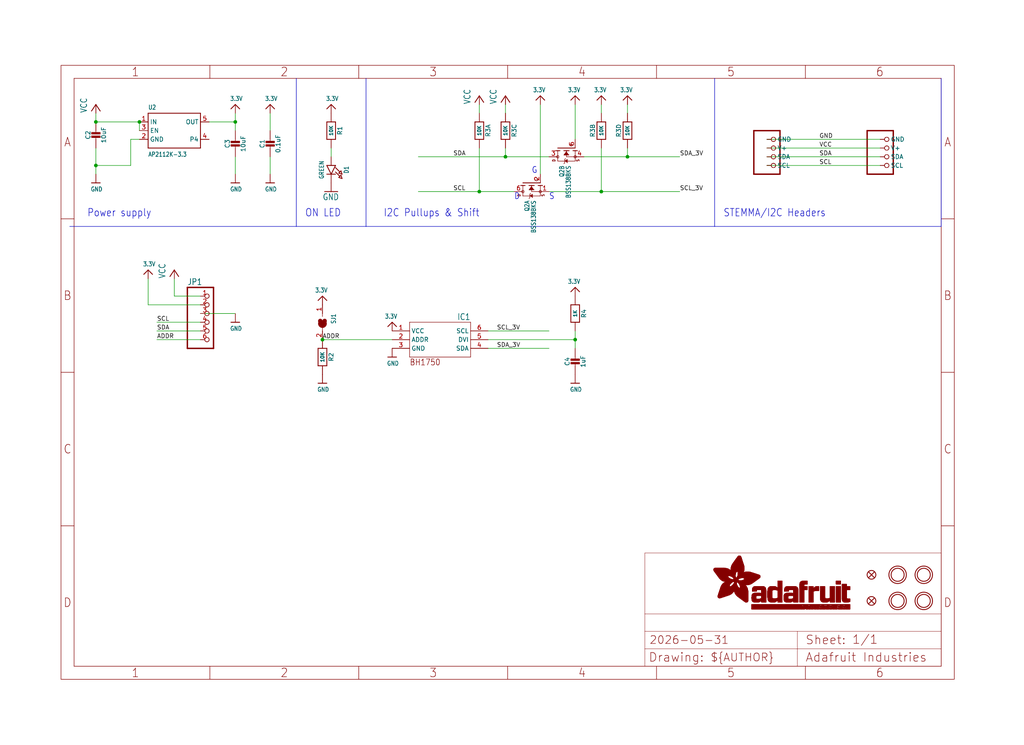
<source format=kicad_sch>
(kicad_sch (version 20230121) (generator eeschema)
  (paper "User" 298.45 217.322)
  (lib_symbols
    (symbol "working-eagle-import:3.3V" (power)
      (property "Value" "3.3V" (at -1.524 1.016 0))
      (symbol "3.3V_1_0"
        (pin power_in line (at 0 -2.54 90) (length 2.54) (name "3.3V") (number "1"))
      )
    )
    (symbol "working-eagle-import:BH1750"
      (property "Reference" "IC" (at 10.16 7.62 0))
      (symbol "BH1750_1_0"
        (text "BH1750" (at -7.62 -7.62 0) (effects (font (size 1.778 1.5113)) (justify left bottom)))
        (pin power_in line (at -12.7 2.54 0) (length 5.08) (name "VCC") (number "1"))
        (pin input line (at -12.7 0 0) (length 5.08) (name "ADDR") (number "2"))
        (pin power_in line (at -12.7 -2.54 0) (length 5.08) (name "GND") (number "3"))
        (pin bidirectional line (at 15.24 -2.54 180) (length 5.08) (name "SDA") (number "4"))
        (pin input line (at 15.24 0 180) (length 5.08) (name "DVI") (number "5"))
        (pin bidirectional line (at 15.24 2.54 180) (length 5.08) (name "SCL") (number "6"))
      )
    )
    (symbol "working-eagle-import:CAP_CERAMIC0603_NO"
      (property "Reference" "C" (at -2.29 1.25 90))
      (symbol "CAP_CERAMIC0603_NO_1_0"
        (pin passive line (at 0 5.08 270) (length 2.54) (name "1") (number "1"))
        (pin passive line (at 0 -2.54 90) (length 2.54) (name "2") (number "2"))
      )
    )
    (symbol "working-eagle-import:CAP_CERAMIC0805-NOOUTLINE"
      (property "Reference" "C" (at -2.29 1.25 90))
      (symbol "CAP_CERAMIC0805-NOOUTLINE_1_0"
        (pin passive line (at 0 5.08 270) (length 2.54) (name "1") (number "1"))
        (pin passive line (at 0 -2.54 90) (length 2.54) (name "2") (number "2"))
      )
    )
    (symbol "working-eagle-import:FIDUCIAL_1MM")
    (symbol "working-eagle-import:FRAME_A4_ADAFRUIT"
      (symbol "FRAME_A4_ADAFRUIT_1_0"
        (text "${#}/${##}" (at 230.505 10.16 0) (effects (font (size 2.54 2.54)) (justify left bottom)))
        (text "${AUTHOR}" (at 189.23 5.08 0) (effects (font (size 2.286 2.286)) (justify left bottom)))
        (text "${CURRENT_DATE}" (at 171.45 10.16 0) (effects (font (size 2.286 2.286)) (justify left bottom)))
        (text "${PROJECTNAME}" (at 171.45 15.24 0) (effects (font (size 2.54 2.54)) (justify left bottom)))
        (text "1" (at 21.6958 1.905 0) (effects (font (size 2.54 2.286))))
        (text "1" (at 21.6958 177.165 0) (effects (font (size 2.54 2.286))))
        (text "2" (at 65.0875 1.905 0) (effects (font (size 2.54 2.286))))
        (text "2" (at 65.0875 177.165 0) (effects (font (size 2.54 2.286))))
        (text "3" (at 108.4792 1.905 0) (effects (font (size 2.54 2.286))))
        (text "3" (at 108.4792 177.165 0) (effects (font (size 2.54 2.286))))
        (text "4" (at 151.8708 1.905 0) (effects (font (size 2.54 2.286))))
        (text "4" (at 151.8708 177.165 0) (effects (font (size 2.54 2.286))))
        (text "5" (at 195.2625 1.905 0) (effects (font (size 2.54 2.286))))
        (text "5" (at 195.2625 177.165 0) (effects (font (size 2.54 2.286))))
        (text "6" (at 238.6542 1.905 0) (effects (font (size 2.54 2.286))))
        (text "6" (at 238.6542 177.165 0) (effects (font (size 2.54 2.286))))
        (text "A" (at 1.905 156.6863 0) (effects (font (size 2.54 2.286))))
        (text "A" (at 258.445 156.6863 0) (effects (font (size 2.54 2.286))))
        (text "Adafruit Industries" (at 216.916 4.953 0) (effects (font (size 2.54 2.54)) (justify left bottom)))
        (text "B" (at 1.905 111.9188 0) (effects (font (size 2.54 2.286))))
        (text "B" (at 258.445 111.9188 0) (effects (font (size 2.54 2.286))))
        (text "C" (at 1.905 67.1513 0) (effects (font (size 2.54 2.286))))
        (text "C" (at 258.445 67.1513 0) (effects (font (size 2.54 2.286))))
        (text "D" (at 1.905 22.3838 0) (effects (font (size 2.54 2.286))))
        (text "D" (at 258.445 22.3838 0) (effects (font (size 2.54 2.286))))
        (text "Drawing:" (at 171.196 4.953 0) (effects (font (size 2.54 2.54)) (justify left bottom)))
        (text "Sheet:" (at 216.916 10.033 0) (effects (font (size 2.54 2.54)) (justify left bottom)))
      )
    )
    (symbol "working-eagle-import:GND" (power)
      (property "Value" "GND" (at -1.524 -2.54 0))
      (symbol "GND_1_0"
        (pin power_in line (at 0 2.54 270) (length 2.54) (name "GND") (number "1"))
      )
    )
    (symbol "working-eagle-import:HEADER-1X670MIL"
      (property "Reference" "JP" (at -6.35 10.795 0))
      (symbol "HEADER-1X670MIL_1_0"
        (pin passive inverted (at -2.54 7.62 0) (length 2.54) (name "1") (number "1"))
        (pin passive inverted (at -2.54 5.08 0) (length 2.54) (name "2") (number "2"))
        (pin passive inverted (at -2.54 2.54 0) (length 2.54) (name "3") (number "3"))
        (pin passive inverted (at -2.54 0 0) (length 2.54) (name "4") (number "4"))
        (pin passive inverted (at -2.54 -2.54 0) (length 2.54) (name "5") (number "5"))
        (pin passive inverted (at -2.54 -5.08 0) (length 2.54) (name "6") (number "6"))
      )
    )
    (symbol "working-eagle-import:LED0603_NOOUTLINE"
      (property "Reference" "D" (at -1.27 4.445 0))
      (symbol "LED0603_NOOUTLINE_1_0"
        (pin passive line (at -5.08 0 0) (length 2.54) (name "A") (number "A"))
        (pin passive line (at 2.54 0 180) (length 2.54) (name "C") (number "C"))
      )
    )
    (symbol "working-eagle-import:MOSFET-N_DUAL"
      (property "Reference" "Q" (at 5.08 0.635 0))
      (symbol "MOSFET-N_DUAL_1_0"
        (text "D" (at 3.175 3.175 0) (effects (font (size 0.8128 0.6908)) (justify left bottom)))
        (text "G" (at -1.27 -1.905 0) (effects (font (size 0.8128 0.6908)) (justify left bottom)))
        (text "S" (at 3.175 -3.81 0) (effects (font (size 0.8128 0.6908)) (justify left bottom)))
        (pin bidirectional line (at 2.54 -5.08 90) (length 2.54) (name "S") (number "1"))
        (pin bidirectional line (at -2.54 -2.54 0) (length 2.54) (name "G") (number "2"))
        (pin bidirectional line (at 2.54 5.08 270) (length 2.54) (name "D") (number "6"))
      )
      (symbol "MOSFET-N_DUAL_2_0"
        (text "D" (at 3.175 3.175 0) (effects (font (size 0.8128 0.6908)) (justify left bottom)))
        (text "G" (at -1.27 -1.905 0) (effects (font (size 0.8128 0.6908)) (justify left bottom)))
        (text "S" (at 3.175 -3.81 0) (effects (font (size 0.8128 0.6908)) (justify left bottom)))
        (pin bidirectional line (at 2.54 5.08 270) (length 2.54) (name "D") (number "3"))
        (pin bidirectional line (at 2.54 -5.08 90) (length 2.54) (name "S") (number "4"))
        (pin bidirectional line (at -2.54 -2.54 0) (length 2.54) (name "G") (number "5"))
      )
    )
    (symbol "working-eagle-import:MOUNTINGHOLE2.5")
    (symbol "working-eagle-import:RESISTOR_0603_NOOUT"
      (property "Reference" "R" (at 0 2.54 0))
      (symbol "RESISTOR_0603_NOOUT_1_0"
        (pin passive line (at -5.08 0 0) (length 2.54) (name "1") (number "1"))
        (pin passive line (at 5.08 0 180) (length 2.54) (name "2") (number "2"))
      )
    )
    (symbol "working-eagle-import:RESISTOR_4PACK"
      (property "Reference" "R" (at 0 2.54 0))
      (symbol "RESISTOR_4PACK_1_0"
        (pin passive line (at -5.08 0 0) (length 2.54) (name "1") (number "1"))
        (pin passive line (at 5.08 0 180) (length 2.54) (name "2") (number "8"))
      )
      (symbol "RESISTOR_4PACK_2_0"
        (pin passive line (at -5.08 0 0) (length 2.54) (name "1") (number "2"))
        (pin passive line (at 5.08 0 180) (length 2.54) (name "2") (number "7"))
      )
      (symbol "RESISTOR_4PACK_3_0"
        (pin passive line (at -5.08 0 0) (length 2.54) (name "1") (number "3"))
        (pin passive line (at 5.08 0 180) (length 2.54) (name "2") (number "6"))
      )
      (symbol "RESISTOR_4PACK_4_0"
        (pin passive line (at -5.08 0 0) (length 2.54) (name "1") (number "4"))
        (pin passive line (at 5.08 0 180) (length 2.54) (name "2") (number "5"))
      )
    )
    (symbol "working-eagle-import:SOLDERJUMPER"
      (property "Reference" "SJ" (at -2.54 2.54 0))
      (symbol "SOLDERJUMPER_1_0"
        (pin passive line (at -5.08 0 0) (length 2.54) (name "1") (number "1"))
        (pin passive line (at 5.08 0 180) (length 2.54) (name "2") (number "2"))
      )
    )
    (symbol "working-eagle-import:STEMMA_I2C_QT"
      (symbol "STEMMA_I2C_QT_1_0"
        (pin passive inverted (at 0 5.08 0) (length 2.54) (name "GND") (number "1"))
        (pin passive inverted (at 0 2.54 0) (length 2.54) (name "V+") (number "2"))
        (pin passive inverted (at 0 0 0) (length 2.54) (name "SDA") (number "3"))
        (pin passive inverted (at 0 -2.54 0) (length 2.54) (name "SCL") (number "4"))
      )
      (symbol "STEMMA_I2C_QT_2_0"
        (pin bidirectional line (at 0 0 0) (length 5.08) (name "MT") (number "MT1"))
      )
      (symbol "STEMMA_I2C_QT_3_0"
        (pin bidirectional line (at 0 0 0) (length 5.08) (name "MT") (number "MT2"))
      )
    )
    (symbol "working-eagle-import:VCC" (power)
      (property "Value" "VCC" (at -2.54 -2.54 90))
      (symbol "VCC_1_0"
        (pin power_in line (at 0 -2.54 90) (length 2.54) (name "VCC") (number "1"))
      )
    )
    (symbol "working-eagle-import:VREG_SOT23-5"
      (property "Reference" "U" (at -7.62 6.096 0))
      (symbol "VREG_SOT23-5_1_0"
        (pin power_in line (at -10.16 2.54 0) (length 2.54) (name "IN") (number "1"))
        (pin power_in line (at -10.16 -2.54 0) (length 2.54) (name "GND") (number "2"))
        (pin input line (at -10.16 0 0) (length 2.54) (name "EN") (number "3"))
        (pin bidirectional line (at 10.16 -2.54 180) (length 2.54) (name "P4") (number "4"))
        (pin power_in line (at 10.16 2.54 180) (length 2.54) (name "OUT") (number "5"))
      )
    )
    (symbol "working-eagle-import:supply1_GND" (power)
      (property "Value" "supply1_GND" (at -2.54 -2.54 0))
      (symbol "supply1_GND_1_0"
        (pin power_in line (at 0 2.54 270) (length 2.54) (name "GND") (number "1"))
      )
    )
  )
  (junction (at 93.98 99.06))
  (junction (at 175.26 55.88))
  (junction (at 167.64 99.06))
  (junction (at 40.64 35.56))
  (junction (at 182.88 45.72))
  (junction (at 68.58 35.56))
  (junction (at 147.32 45.72))
  (junction (at 139.7 55.88))
  (junction (at 27.94 35.56))
  (junction (at 27.94 48.26))
  (polyline (pts (xy 20.32 66.04) (xy 86.36 66.04)) (stroke (width 0.1524) (type solid)))
  (wire (pts (xy 139.7 55.88) (xy 121.92 55.88)) (stroke (width 0.1524)))
  (wire (pts (xy 68.58 35.56) (xy 68.58 38.1)) (stroke (width 0.1524)))
  (wire (pts (xy 114.3 99.06) (xy 93.98 99.06)) (stroke (width 0.1524)))
  (wire (pts (xy 50.8 86.36) (xy 50.8 81.28)) (stroke (width 0.1524)))
  (polyline (pts (xy 86.36 66.04) (xy 106.68 66.04)) (stroke (width 0.1524) (type solid)))
  (wire (pts (xy 167.64 99.06) (xy 167.64 101.6)) (stroke (width 0.1524)))
  (wire (pts (xy 175.26 55.88) (xy 198.12 55.88)) (stroke (width 0.1524)))
  (wire (pts (xy 167.64 99.06) (xy 167.64 96.52)) (stroke (width 0.1524)))
  (wire (pts (xy 175.26 43.18) (xy 175.26 55.88)) (stroke (width 0.1524)))
  (wire (pts (xy 40.64 35.56) (xy 27.94 35.56)) (stroke (width 0.1524)))
  (polyline (pts (xy 106.68 22.86) (xy 106.68 66.04)) (stroke (width 0.1524) (type solid)))
  (wire (pts (xy 68.58 45.72) (xy 68.58 50.8)) (stroke (width 0.1524)))
  (wire (pts (xy 147.32 45.72) (xy 121.92 45.72)) (stroke (width 0.1524)))
  (wire (pts (xy 147.32 43.18) (xy 147.32 45.72)) (stroke (width 0.1524)))
  (wire (pts (xy 38.1 48.26) (xy 27.94 48.26)) (stroke (width 0.1524)))
  (polyline (pts (xy 208.28 66.04) (xy 274.32 66.04)) (stroke (width 0.1524) (type solid)))
  (wire (pts (xy 170.18 45.72) (xy 182.88 45.72)) (stroke (width 0.1524)))
  (wire (pts (xy 40.64 40.64) (xy 38.1 40.64)) (stroke (width 0.1524)))
  (wire (pts (xy 256.54 45.72) (xy 223.52 45.72)) (stroke (width 0.1524)))
  (wire (pts (xy 160.02 101.6) (xy 142.24 101.6)) (stroke (width 0.1524)))
  (wire (pts (xy 38.1 40.64) (xy 38.1 48.26)) (stroke (width 0.1524)))
  (polyline (pts (xy 208.28 22.86) (xy 208.28 66.04)) (stroke (width 0.1524) (type solid)))
  (wire (pts (xy 58.42 86.36) (xy 50.8 86.36)) (stroke (width 0.1524)))
  (wire (pts (xy 27.94 48.26) (xy 27.94 43.18)) (stroke (width 0.1524)))
  (wire (pts (xy 58.42 93.98) (xy 45.72 93.98)) (stroke (width 0.1524)))
  (wire (pts (xy 43.18 88.9) (xy 43.18 81.28)) (stroke (width 0.1524)))
  (wire (pts (xy 147.32 33.02) (xy 147.32 30.48)) (stroke (width 0.1524)))
  (wire (pts (xy 40.64 38.1) (xy 40.64 35.56)) (stroke (width 0.1524)))
  (wire (pts (xy 157.48 50.8) (xy 157.48 30.48)) (stroke (width 0.1524)))
  (wire (pts (xy 78.74 33.02) (xy 78.74 38.1)) (stroke (width 0.1524)))
  (wire (pts (xy 68.58 35.56) (xy 68.58 33.02)) (stroke (width 0.1524)))
  (wire (pts (xy 58.42 88.9) (xy 43.18 88.9)) (stroke (width 0.1524)))
  (wire (pts (xy 58.42 96.52) (xy 45.72 96.52)) (stroke (width 0.1524)))
  (wire (pts (xy 96.52 45.72) (xy 96.52 43.18)) (stroke (width 0.1524)))
  (wire (pts (xy 139.7 43.18) (xy 139.7 55.88)) (stroke (width 0.1524)))
  (wire (pts (xy 139.7 30.48) (xy 139.7 33.02)) (stroke (width 0.1524)))
  (wire (pts (xy 182.88 45.72) (xy 198.12 45.72)) (stroke (width 0.1524)))
  (wire (pts (xy 27.94 48.26) (xy 27.94 50.8)) (stroke (width 0.1524)))
  (wire (pts (xy 78.74 45.72) (xy 78.74 50.8)) (stroke (width 0.1524)))
  (wire (pts (xy 27.94 33.02) (xy 27.94 35.56)) (stroke (width 0.1524)))
  (wire (pts (xy 160.02 45.72) (xy 147.32 45.72)) (stroke (width 0.1524)))
  (wire (pts (xy 175.26 33.02) (xy 175.26 30.48)) (stroke (width 0.1524)))
  (polyline (pts (xy 274.32 22.86) (xy 274.32 66.04)) (stroke (width 0.1524) (type solid)))
  (wire (pts (xy 60.96 35.56) (xy 68.58 35.56)) (stroke (width 0.1524)))
  (wire (pts (xy 167.64 40.64) (xy 167.64 30.48)) (stroke (width 0.1524)))
  (wire (pts (xy 142.24 96.52) (xy 160.02 96.52)) (stroke (width 0.1524)))
  (wire (pts (xy 58.42 99.06) (xy 45.72 99.06)) (stroke (width 0.1524)))
  (wire (pts (xy 160.02 55.88) (xy 175.26 55.88)) (stroke (width 0.1524)))
  (wire (pts (xy 58.42 91.44) (xy 68.58 91.44)) (stroke (width 0.1524)))
  (wire (pts (xy 182.88 33.02) (xy 182.88 30.48)) (stroke (width 0.1524)))
  (polyline (pts (xy 106.68 66.04) (xy 208.28 66.04)) (stroke (width 0.1524) (type solid)))
  (polyline (pts (xy 86.36 22.86) (xy 86.36 66.04)) (stroke (width 0.1524) (type solid)))
  (wire (pts (xy 256.54 40.64) (xy 223.52 40.64)) (stroke (width 0.1524)))
  (wire (pts (xy 142.24 99.06) (xy 167.64 99.06)) (stroke (width 0.1524)))
  (wire (pts (xy 223.52 43.18) (xy 256.54 43.18)) (stroke (width 0.1524)))
  (wire (pts (xy 223.52 48.26) (xy 256.54 48.26)) (stroke (width 0.1524)))
  (wire (pts (xy 182.88 43.18) (xy 182.88 45.72)) (stroke (width 0.1524)))
  (wire (pts (xy 149.86 55.88) (xy 139.7 55.88)) (stroke (width 0.1524)))
  (text "G" (at 154.94 50.8 0) (effects (font (size 1.778 1.5113)) (justify left bottom)))
  (text "ON LED" (at 88.9 63.5 0) (effects (font (size 2.1844 1.8567)) (justify left bottom)))
  (text "I2C Pullups & Shift" (at 111.76 63.5 0) (effects (font (size 2.1844 1.8567)) (justify left bottom)))
  (text "D" (at 149.86 58.42 0) (effects (font (size 1.778 1.5113)) (justify left bottom)))
  (text "S" (at 160.02 58.42 0) (effects (font (size 1.778 1.5113)) (justify left bottom)))
  (text "Power supply" (at 25.4 63.5 0) (effects (font (size 2.1844 1.8567)) (justify left bottom)))
  (text "STEMMA/I2C Headers" (at 210.82 63.5 0) (effects (font (size 2.1844 1.8567)) (justify left bottom)))
  (label "SDA" (at 45.72 96.52 0) (effects (font (size 1.2446 1.2446))))
  (label "GND" (at 238.76 40.64 0) (effects (font (size 1.2446 1.2446))))
  (label "ADDR" (at 93.98 99.06 0) (effects (font (size 1.2446 1.2446))))
  (label "SDA_3V" (at 144.78 101.6 0) (effects (font (size 1.2446 1.2446))))
  (label "SCL" (at 238.76 48.26 0) (effects (font (size 1.2446 1.2446))))
  (label "SCL_3V" (at 144.78 96.52 0) (effects (font (size 1.2446 1.2446))))
  (label "SDA" (at 238.76 45.72 0) (effects (font (size 1.2446 1.2446))))
  (label "ADDR" (at 45.72 99.06 0) (effects (font (size 1.2446 1.2446))))
  (label "SCL" (at 45.72 93.98 0) (effects (font (size 1.2446 1.2446))))
  (label "VCC" (at 238.76 43.18 0) (effects (font (size 1.2446 1.2446))))
  (label "SDA" (at 132.08 45.72 0) (effects (font (size 1.2446 1.2446))))
  (label "SCL" (at 132.08 55.88 0) (effects (font (size 1.2446 1.2446))))
  (label "SDA_3V" (at 198.12 45.72 0) (effects (font (size 1.2446 1.2446))))
  (label "SCL_3V" (at 198.12 55.88 0) (effects (font (size 1.2446 1.2446))))
  (symbol (lib_id "working-eagle-import:STEMMA_I2C_QT") (at 256.54 45.72 0) (unit 1)
    (property "Reference" "CONN4" (effects hide))
    (property "Value" "STEMMA_I2C_QT" (effects hide))
    (property "Footprint" "working:JST_SH4" (effects hide))
  )
  (symbol (lib_id "working-eagle-import:3.3V") (at 93.98 86.36 0) (mirror y) (unit 1)
    (property "Reference" "#U$9" (effects hide))
    (property "Value" "3.3V" (at 95.504 85.344 0) (effects (font (size 1.27 1.0795)) (justify left bottom)))
  )
  (symbol (lib_id "working-eagle-import:RESISTOR_4PACK") (at 182.88 38.1 90) (mirror x) (unit 4)
    (property "Reference" "R3" (at 180.34 38.1 0))
    (property "Value" "10K" (at 182.88 38.1 0) (effects (font (size 1.016 1.016) bold)))
    (property "Footprint" "working:RESPACK_4X0603" (effects hide))
  )
  (symbol (lib_id "working-eagle-import:SOLDERJUMPER") (at 93.98 93.98 270) (unit 1)
    (property "Reference" "SJ1" (at 96.52 91.44 0) (effects (font (size 1.27 1.0795)) (justify left bottom)))
    (property "Value" "SOLDERJUMPER" (effects hide))
    (property "Footprint" "working:SOLDERJUMPER_ARROW_NOPASTE" (effects hide))
  )
  (symbol (lib_id "working-eagle-import:FIDUCIAL_1MM") (at 254 175.26 0) (unit 1)
    (property "Reference" "FID3" (effects hide))
    (property "Value" "FIDUCIAL_1MM" (effects hide))
    (property "Footprint" "working:FIDUCIAL_1MM" (effects hide))
  )
  (symbol (lib_id "working-eagle-import:MOSFET-N_DUAL") (at 165.1 43.18 90) (mirror x) (unit 2)
    (property "Reference" "Q2" (at 164.465 48.26 0) (effects (font (size 1.27 1.0795)) (justify left bottom)))
    (property "Value" "BSS138BKS" (at 166.37 48.26 0) (effects (font (size 1.27 1.0795)) (justify left bottom)))
    (property "Footprint" "working:SOT363" (effects hide))
  )
  (symbol (lib_id "working-eagle-import:GND") (at 114.3 104.14 0) (unit 1)
    (property "Reference" "#U$4" (effects hide))
    (property "Value" "GND" (at 112.776 106.68 0) (effects (font (size 1.27 1.0795)) (justify left bottom)))
  )
  (symbol (lib_id "working-eagle-import:RESISTOR_0603_NOOUT") (at 96.52 38.1 270) (unit 1)
    (property "Reference" "R1" (at 99.06 38.1 0))
    (property "Value" "10K" (at 96.52 38.1 0) (effects (font (size 1.016 1.016) bold)))
    (property "Footprint" "working:0603-NO" (effects hide))
  )
  (symbol (lib_id "working-eagle-import:supply1_GND") (at 96.52 55.88 0) (unit 1)
    (property "Reference" "#GND6" (effects hide))
    (property "Value" "GND" (at 93.98 58.42 0) (effects (font (size 1.778 1.5113)) (justify left bottom)))
  )
  (symbol (lib_id "working-eagle-import:VCC") (at 139.7 27.94 0) (unit 1)
    (property "Reference" "#P+1" (effects hide))
    (property "Value" "VCC" (at 137.16 30.48 90) (effects (font (size 1.778 1.5113)) (justify left bottom)))
  )
  (symbol (lib_id "working-eagle-import:MOUNTINGHOLE2.5") (at 261.62 167.64 0) (unit 1)
    (property "Reference" "U$17" (effects hide))
    (property "Value" "MOUNTINGHOLE2.5" (effects hide))
    (property "Footprint" "working:MOUNTINGHOLE_2.5_PLATED" (effects hide))
  )
  (symbol (lib_id "working-eagle-import:GND") (at 27.94 53.34 0) (unit 1)
    (property "Reference" "#U$13" (effects hide))
    (property "Value" "GND" (at 26.416 55.88 0) (effects (font (size 1.27 1.0795)) (justify left bottom)))
  )
  (symbol (lib_id "working-eagle-import:MOUNTINGHOLE2.5") (at 269.24 167.64 0) (unit 1)
    (property "Reference" "U$19" (effects hide))
    (property "Value" "MOUNTINGHOLE2.5" (effects hide))
    (property "Footprint" "working:MOUNTINGHOLE_2.5_PLATED" (effects hide))
  )
  (symbol (lib_id "working-eagle-import:HEADER-1X670MIL") (at 60.96 93.98 0) (unit 1)
    (property "Reference" "JP1" (at 54.61 83.185 0) (effects (font (size 1.778 1.5113)) (justify left bottom)))
    (property "Value" "HEADER-1X670MIL" (effects hide))
    (property "Footprint" "working:1X06_ROUND_70" (effects hide))
  )
  (symbol (lib_id "working-eagle-import:CAP_CERAMIC0603_NO") (at 78.74 43.18 0) (unit 1)
    (property "Reference" "C1" (at 76.45 41.93 90))
    (property "Value" "0.1uF" (at 81.04 41.93 90))
    (property "Footprint" "working:0603-NO" (effects hide))
  )
  (symbol (lib_id "working-eagle-import:RESISTOR_0603_NOOUT") (at 93.98 104.14 270) (unit 1)
    (property "Reference" "R2" (at 96.52 104.14 0))
    (property "Value" "10K" (at 93.98 104.14 0) (effects (font (size 1.016 1.016) bold)))
    (property "Footprint" "working:0603-NO" (effects hide))
  )
  (symbol (lib_id "working-eagle-import:FRAME_A4_ADAFRUIT") (at 17.78 198.12 0) (unit 1)
    (property "Reference" "#U$18" (effects hide))
    (property "Value" "FRAME_A4_ADAFRUIT" (effects hide))
  )
  (symbol (lib_id "working-eagle-import:VCC") (at 147.32 27.94 0) (unit 1)
    (property "Reference" "#P+2" (effects hide))
    (property "Value" "VCC" (at 144.78 30.48 90) (effects (font (size 1.778 1.5113)) (justify left bottom)))
  )
  (symbol (lib_id "working-eagle-import:3.3V") (at 96.52 30.48 0) (unit 1)
    (property "Reference" "#U$3" (effects hide))
    (property "Value" "3.3V" (at 94.996 29.464 0) (effects (font (size 1.27 1.0795)) (justify left bottom)))
  )
  (symbol (lib_id "working-eagle-import:3.3V") (at 175.26 27.94 0) (mirror y) (unit 1)
    (property "Reference" "#U$24" (effects hide))
    (property "Value" "3.3V" (at 176.784 26.924 0) (effects (font (size 1.27 1.0795)) (justify left bottom)))
  )
  (symbol (lib_id "working-eagle-import:3.3V") (at 43.18 78.74 0) (unit 1)
    (property "Reference" "#U$16" (effects hide))
    (property "Value" "3.3V" (at 41.656 77.724 0) (effects (font (size 1.27 1.0795)) (justify left bottom)))
  )
  (symbol (lib_id "working-eagle-import:MOUNTINGHOLE2.5") (at 261.62 175.26 0) (unit 1)
    (property "Reference" "U$1" (effects hide))
    (property "Value" "MOUNTINGHOLE2.5" (effects hide))
    (property "Footprint" "working:MOUNTINGHOLE_2.5_PLATED" (effects hide))
  )
  (symbol (lib_id "working-eagle-import:MOUNTINGHOLE2.5") (at 269.24 175.26 0) (unit 1)
    (property "Reference" "U$21" (effects hide))
    (property "Value" "MOUNTINGHOLE2.5" (effects hide))
    (property "Footprint" "working:MOUNTINGHOLE_2.5_PLATED" (effects hide))
  )
  (symbol (lib_id "working-eagle-import:GND") (at 68.58 93.98 0) (unit 1)
    (property "Reference" "#U$10" (effects hide))
    (property "Value" "GND" (at 67.056 96.52 0) (effects (font (size 1.27 1.0795)) (justify left bottom)))
  )
  (symbol (lib_id "working-eagle-import:FIDUCIAL_1MM") (at 254 167.64 0) (unit 1)
    (property "Reference" "FID4" (effects hide))
    (property "Value" "FIDUCIAL_1MM" (effects hide))
    (property "Footprint" "working:FIDUCIAL_1MM" (effects hide))
  )
  (symbol (lib_id "working-eagle-import:3.3V") (at 167.64 83.82 0) (mirror y) (unit 1)
    (property "Reference" "#U$11" (effects hide))
    (property "Value" "3.3V" (at 169.164 82.804 0) (effects (font (size 1.27 1.0795)) (justify left bottom)))
  )
  (symbol (lib_id "working-eagle-import:RESISTOR_4PACK") (at 175.26 38.1 90) (mirror x) (unit 2)
    (property "Reference" "R3" (at 172.72 38.1 0))
    (property "Value" "10K" (at 175.26 38.1 0) (effects (font (size 1.016 1.016) bold)))
    (property "Footprint" "working:RESPACK_4X0603" (effects hide))
  )
  (symbol (lib_id "working-eagle-import:RESISTOR_4PACK") (at 139.7 38.1 270) (unit 1)
    (property "Reference" "R3" (at 142.24 38.1 0))
    (property "Value" "10K" (at 139.7 38.1 0) (effects (font (size 1.016 1.016) bold)))
    (property "Footprint" "working:RESPACK_4X0603" (effects hide))
  )
  (symbol (lib_id "working-eagle-import:CAP_CERAMIC0805-NOOUTLINE") (at 27.94 40.64 0) (unit 1)
    (property "Reference" "C2" (at 25.65 39.39 90))
    (property "Value" "10uF" (at 30.24 39.39 90))
    (property "Footprint" "working:0805-NO" (effects hide))
  )
  (symbol (lib_id "working-eagle-import:GND") (at 78.74 53.34 0) (unit 1)
    (property "Reference" "#U$6" (effects hide))
    (property "Value" "GND" (at 77.216 55.88 0) (effects (font (size 1.27 1.0795)) (justify left bottom)))
  )
  (symbol (lib_id "working-eagle-import:RESISTOR_0603_NOOUT") (at 167.64 91.44 270) (unit 1)
    (property "Reference" "R4" (at 170.18 91.44 0))
    (property "Value" "1K" (at 167.64 91.44 0) (effects (font (size 1.016 1.016) bold)))
    (property "Footprint" "working:0603-NO" (effects hide))
  )
  (symbol (lib_id "working-eagle-import:LED0603_NOOUTLINE") (at 96.52 50.8 270) (unit 1)
    (property "Reference" "D1" (at 100.965 49.53 0) (effects (font (size 1.27 1.0795))))
    (property "Value" "GREEN" (at 93.726 49.53 0) (effects (font (size 1.27 1.0795))))
    (property "Footprint" "working:CHIPLED_0603_NOOUTLINE" (effects hide))
  )
  (symbol (lib_id "working-eagle-import:3.3V") (at 114.3 93.98 0) (mirror y) (unit 1)
    (property "Reference" "#U$2" (effects hide))
    (property "Value" "3.3V" (at 115.824 92.964 0) (effects (font (size 1.27 1.0795)) (justify left bottom)))
  )
  (symbol (lib_id "working-eagle-import:VREG_SOT23-5") (at 50.8 38.1 0) (unit 1)
    (property "Reference" "U2" (at 43.18 32.004 0) (effects (font (size 1.27 1.0795)) (justify left bottom)))
    (property "Value" "AP2112K-3.3" (at 43.18 45.72 0) (effects (font (size 1.27 1.0795)) (justify left bottom)))
    (property "Footprint" "working:SOT23-5" (effects hide))
  )
  (symbol (lib_id "working-eagle-import:STEMMA_I2C_QT") (at 223.52 45.72 0) (unit 1)
    (property "Reference" "CONN3" (effects hide))
    (property "Value" "STEMMA_I2C_QT" (effects hide))
    (property "Footprint" "working:JST_SH4" (effects hide))
  )
  (symbol (lib_id "working-eagle-import:3.3V") (at 157.48 27.94 0) (mirror y) (unit 1)
    (property "Reference" "#U$26" (effects hide))
    (property "Value" "3.3V" (at 159.004 26.924 0) (effects (font (size 1.27 1.0795)) (justify left bottom)))
  )
  (symbol (lib_id "working-eagle-import:3.3V") (at 68.58 30.48 0) (unit 1)
    (property "Reference" "#U$15" (effects hide))
    (property "Value" "3.3V" (at 67.056 29.464 0) (effects (font (size 1.27 1.0795)) (justify left bottom)))
  )
  (symbol (lib_id "working-eagle-import:MOSFET-N_DUAL") (at 154.94 53.34 90) (mirror x) (unit 1)
    (property "Reference" "Q2" (at 154.305 58.42 0) (effects (font (size 1.27 1.0795)) (justify left bottom)))
    (property "Value" "BSS138BKS" (at 156.21 58.42 0) (effects (font (size 1.27 1.0795)) (justify left bottom)))
    (property "Footprint" "working:SOT363" (effects hide))
  )
  (symbol (lib_id "working-eagle-import:GND") (at 93.98 111.76 0) (unit 1)
    (property "Reference" "#U$8" (effects hide))
    (property "Value" "GND" (at 92.456 114.3 0) (effects (font (size 1.27 1.0795)) (justify left bottom)))
  )
  (symbol (lib_id "working-eagle-import:RESISTOR_4PACK") (at 147.32 38.1 270) (unit 3)
    (property "Reference" "R3" (at 149.86 38.1 0))
    (property "Value" "10K" (at 147.32 38.1 0) (effects (font (size 1.016 1.016) bold)))
    (property "Footprint" "working:RESPACK_4X0603" (effects hide))
  )
  (symbol (lib_id "working-eagle-import:CAP_CERAMIC0603_NO") (at 167.64 106.68 0) (unit 1)
    (property "Reference" "C4" (at 165.35 105.43 90))
    (property "Value" "1uF" (at 169.94 105.43 90))
    (property "Footprint" "working:0603-NO" (effects hide))
  )
  (symbol (lib_id "working-eagle-import:CAP_CERAMIC0805-NOOUTLINE") (at 68.58 43.18 0) (unit 1)
    (property "Reference" "C3" (at 66.29 41.93 90))
    (property "Value" "10uF" (at 70.88 41.93 90))
    (property "Footprint" "working:0805-NO" (effects hide))
  )
  (symbol (lib_id "working-eagle-import:GND") (at 167.64 111.76 0) (unit 1)
    (property "Reference" "#U$12" (effects hide))
    (property "Value" "GND" (at 166.116 114.3 0) (effects (font (size 1.27 1.0795)) (justify left bottom)))
  )
  (symbol (lib_id "working-eagle-import:3.3V") (at 167.64 27.94 0) (mirror y) (unit 1)
    (property "Reference" "#U$23" (effects hide))
    (property "Value" "3.3V" (at 169.164 26.924 0) (effects (font (size 1.27 1.0795)) (justify left bottom)))
  )
  (symbol (lib_id "working-eagle-import:VCC") (at 27.94 30.48 0) (unit 1)
    (property "Reference" "#P+3" (effects hide))
    (property "Value" "VCC" (at 25.4 33.02 90) (effects (font (size 1.778 1.5113)) (justify left bottom)))
  )
  (symbol (lib_id "working-eagle-import:BH1750") (at 127 99.06 0) (unit 1)
    (property "Reference" "IC1" (at 137.16 91.44 0) (effects (font (size 1.778 1.5113)) (justify right top)))
    (property "Value" "BH1750" (effects hide))
    (property "Footprint" "working:WSOF-6" (effects hide))
  )
  (symbol (lib_id "working-eagle-import:VCC") (at 50.8 78.74 0) (unit 1)
    (property "Reference" "#P+4" (effects hide))
    (property "Value" "VCC" (at 48.26 81.28 90) (effects (font (size 1.778 1.5113)) (justify left bottom)))
  )
  (symbol (lib_id "working-eagle-import:3.3V") (at 182.88 27.94 0) (mirror y) (unit 1)
    (property "Reference" "#U$7" (effects hide))
    (property "Value" "3.3V" (at 184.404 26.924 0) (effects (font (size 1.27 1.0795)) (justify left bottom)))
  )
  (symbol (lib_id "working-eagle-import:GND") (at 68.58 53.34 0) (unit 1)
    (property "Reference" "#U$5" (effects hide))
    (property "Value" "GND" (at 67.056 55.88 0) (effects (font (size 1.27 1.0795)) (justify left bottom)))
  )
  (symbol (lib_id "working-eagle-import:3.3V") (at 78.74 30.48 0) (unit 1)
    (property "Reference" "#U$14" (effects hide))
    (property "Value" "3.3V" (at 77.216 29.464 0) (effects (font (size 1.27 1.0795)) (justify left bottom)))
  )
)
</source>
